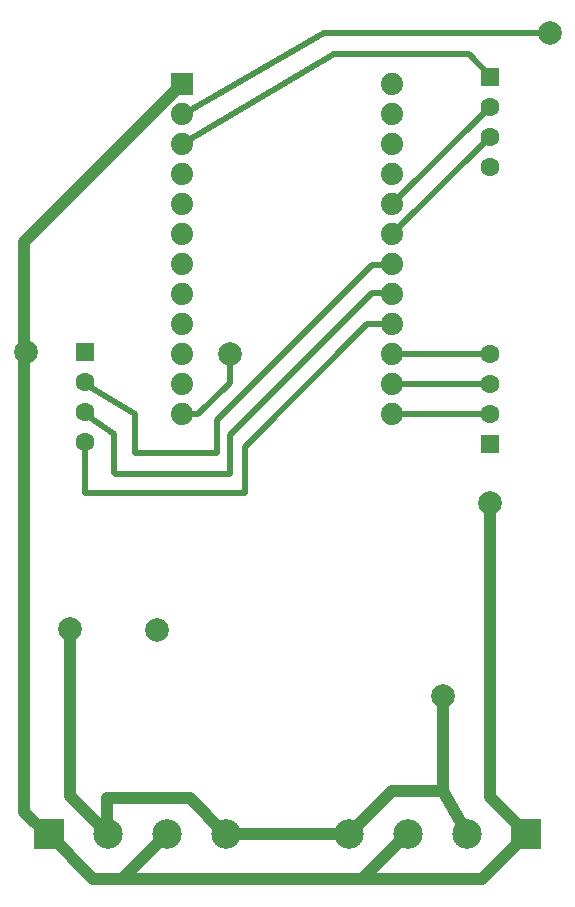
<source format=gbl>
%FSLAX33Y33*%
%MOMM*%
%AMRect-W1600000-H1600000-RO1.000*
21,1,1.6,1.6,0.,0.,180*%
%AMRect-W1879600-H1879600-RO1.000*
21,1,1.8796,1.8796,0.,0.,180*%
%AMRect-W2500000-H2500000-RO1.500*
21,1,2.5,2.5,0.,0.,90*%
%AMRect-W2500000-H2500000-RO0.500*
21,1,2.5,2.5,0.,0.,270*%
%ADD10C,0.508*%
%ADD11C,1.016*%
%ADD12C,2.*%
%ADD13C,1.6*%
%ADD14Rect-W1600000-H1600000-RO1.000*%
%ADD15C,1.8796*%
%ADD16C,1.8796*%
%ADD17Rect-W1879600-H1879600-RO1.000*%
%ADD18R,1.6X1.6*%
%ADD19C,1.6*%
%ADD20C,2.5*%
%ADD21Rect-W2500000-H2500000-RO1.500*%
%ADD22C,2.5*%
%ADD23Rect-W2500000-H2500000-RO0.500*%
D10*
%LNbottom copper_traces*%
G01*
X-8890Y11405D02*
X3090Y18300D01*
X22250Y18300*
D11*
X13190Y-45840D02*
X15290Y-49580D01*
D10*
X15370Y16510D02*
X17275Y14605D01*
X-17145Y-20648D02*
X-3572Y-20648D01*
D11*
X-15240Y-46445D02*
X-8345Y-46445D01*
X-20200Y-49530D02*
X-16425Y-53305D01*
X5200Y-49530D02*
X8890Y-45840D01*
X6350Y-53340D02*
X10160Y-49530D01*
D10*
X8890Y1270D02*
X16970Y9350D01*
X-5925Y-14425D02*
X7150Y-1350D01*
X17145Y-13970D02*
X8995Y-13970D01*
X8890Y-1350D02*
X7150Y-1350D01*
D11*
X16475Y-53305D02*
X20200Y-49580D01*
X-16425Y-53305D02*
X16475Y-53305D01*
X17145Y-46355D02*
X19965Y-49175D01*
X17145Y-21450D02*
X17145Y-46355D01*
D10*
X-12870Y-17275D02*
X-12870Y-13970D01*
D11*
X-22250Y-47600D02*
X-22250Y0610D01*
D10*
X-14685Y-15610D02*
X-17145Y-13970D01*
D11*
X-15240Y-49530D02*
X-15240Y-46445D01*
X-22250Y-47600D02*
X-20320Y-49530D01*
X-18425Y-32050D02*
X-18425Y-46305D01*
D10*
X17145Y12065D02*
X8890Y3810D01*
X-4850Y-15675D02*
X7150Y-3675D01*
X-8890Y8890D02*
X4005Y16510D01*
X-17100Y-20648D02*
X-17145Y-16510D01*
X-4850Y-8890D02*
X-4850Y-11275D01*
X-7545Y-13970D02*
X-4850Y-11275D01*
D11*
X-8255Y-46445D02*
X-5325Y-49375D01*
D10*
X8800Y-11430D02*
X17145Y-11430D01*
X-14685Y-15610D02*
X-14685Y-18890D01*
X17145Y-8890D02*
X8890Y-8890D01*
D11*
X8890Y-45840D02*
X13190Y-45840D01*
D10*
X6775Y-6350D02*
X8800Y-6350D01*
X-3572Y-16697D02*
X6775Y-6350D01*
X7150Y-3675D02*
X8800Y-3675D01*
D11*
X-13970Y-53305D02*
X-10200Y-49535D01*
D10*
X4005Y16510D02*
X15370Y16510D01*
X-5925Y-17275D02*
X-5925Y-14425D01*
D11*
X-22250Y0610D02*
X-8890Y13970D01*
D10*
X-5925Y-17275D02*
X-12870Y-17275D01*
X-17100Y-11430D02*
X-12883Y-13957D01*
X-14575Y-19000D02*
X-4850Y-19000D01*
X-4850Y-15675*
D11*
X-18425Y-46305D02*
X-15200Y-49530D01*
D10*
X-7545Y-13970D02*
X-8890Y-13970D01*
D11*
X5200Y-49530D02*
X-5080Y-49530D01*
D10*
X-3572Y-20648D02*
X-3572Y-16697D01*
D11*
X13190Y-37805D02*
X13190Y-45840D01*
D12*
X-18425Y-32125D03*
X-11000Y-32225D03*
X-4850Y-8890D03*
X22250Y18300D03*
X17145Y-21450D03*
X13190Y-37805D03*
X-22150Y-8700D03*
%LNbottom copper component 2c45c667da657ff7*%
D13*
X17145Y-13970D03*
X17145Y-11430D03*
X17145Y-8890D03*
D14*
X17145Y-16510D03*
%LNbottom copper component 3d5d9854e51a6828*%
D15*
X-8890Y11430D03*
X-8890Y8890D03*
X-8890Y6350D03*
X-8890Y3810D03*
X-8890Y1270D03*
X-8890Y-1270D03*
X-8890Y-3810D03*
X-8890Y-6350D03*
X-8890Y-8890D03*
X-8890Y-11430D03*
X-8890Y-13970D03*
D16*
X8890Y-13970D03*
X8890Y-11430D03*
X8890Y-8890D03*
X8890Y-6350D03*
X8890Y-3810D03*
X8890Y-1270D03*
X8890Y1270D03*
X8890Y3810D03*
X8890Y6350D03*
X8890Y8890D03*
X8890Y11430D03*
X8890Y13970D03*
D17*
X-8890Y13970D03*
%LNbottom copper component 6f932e20ef6d6c77*%
D18*
X17145Y14605D03*
D19*
X17145Y12065D03*
X17145Y9525D03*
X17145Y6985D03*
%LNbottom copper component f8ca9c4e8fb87baf*%
D20*
X-15200Y-49530D03*
X-10200Y-49530D03*
X-5200Y-49530D03*
D21*
X-20200Y-49530D03*
%LNbottom copper component 062dd51c8313847b*%
D22*
X15200Y-49530D03*
X10200Y-49530D03*
X5200Y-49530D03*
D23*
X20200Y-49530D03*
%LNbottom copper component 49e19032fee71c5c*%
D18*
X-17100Y-8700D03*
D19*
X-17100Y-11240D03*
X-17100Y-13780D03*
X-17100Y-16320D03*
M02*
</source>
